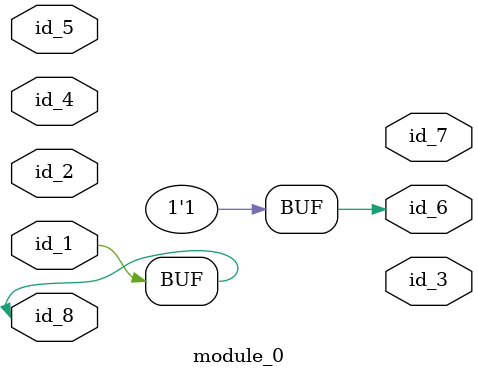
<source format=v>
module module_0 (
    id_1,
    id_2,
    id_3,
    id_4,
    id_5,
    id_6,
    id_7,
    id_8
);
  inout id_8;
  output id_7;
  output id_6;
  input id_5;
  input id_4;
  output id_3;
  input id_2;
  inout id_1;
  assign id_1 = id_8;
  initial id_6 = 1;
endmodule

</source>
